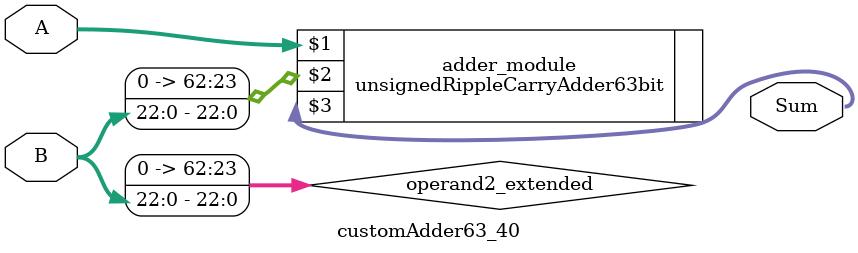
<source format=v>
module customAdder63_40(
                        input [62 : 0] A,
                        input [22 : 0] B,
                        
                        output [63 : 0] Sum
                );

        wire [62 : 0] operand2_extended;
        
        assign operand2_extended =  {40'b0, B};
        
        unsignedRippleCarryAdder63bit adder_module(
            A,
            operand2_extended,
            Sum
        );
        
        endmodule
        
</source>
